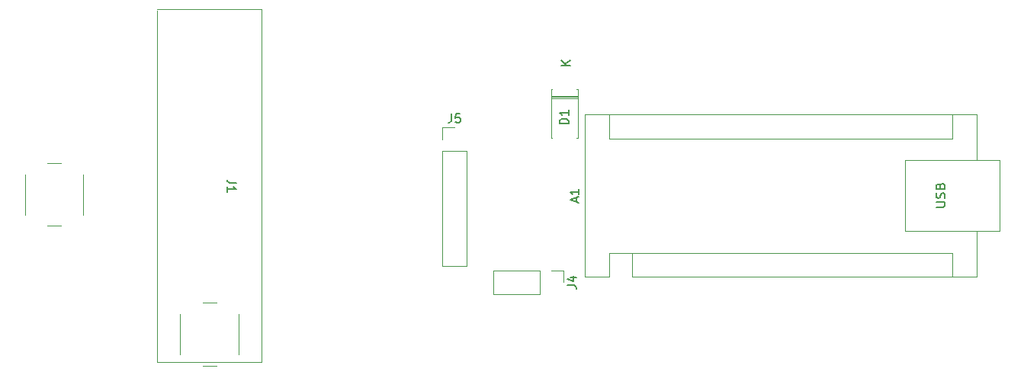
<source format=gbr>
%TF.GenerationSoftware,KiCad,Pcbnew,(6.0.9-0)*%
%TF.CreationDate,2023-02-26T22:19:27+01:00*%
%TF.ProjectId,FilamentSpoolScale,46696c61-6d65-46e7-9453-706f6f6c5363,rev?*%
%TF.SameCoordinates,Original*%
%TF.FileFunction,Legend,Top*%
%TF.FilePolarity,Positive*%
%FSLAX46Y46*%
G04 Gerber Fmt 4.6, Leading zero omitted, Abs format (unit mm)*
G04 Created by KiCad (PCBNEW (6.0.9-0)) date 2023-02-26 22:19:27*
%MOMM*%
%LPD*%
G01*
G04 APERTURE LIST*
%ADD10C,0.150000*%
%ADD11C,0.120000*%
G04 APERTURE END LIST*
D10*
%TO.C,A1*%
X87536666Y-48094285D02*
X87536666Y-47618095D01*
X87822380Y-48189523D02*
X86822380Y-47856190D01*
X87822380Y-47522857D01*
X87822380Y-46665714D02*
X87822380Y-47237142D01*
X87822380Y-46951428D02*
X86822380Y-46951428D01*
X86965238Y-47046666D01*
X87060476Y-47141904D01*
X87108095Y-47237142D01*
X127462380Y-48641904D02*
X128271904Y-48641904D01*
X128367142Y-48594285D01*
X128414761Y-48546666D01*
X128462380Y-48451428D01*
X128462380Y-48260952D01*
X128414761Y-48165714D01*
X128367142Y-48118095D01*
X128271904Y-48070476D01*
X127462380Y-48070476D01*
X128414761Y-47641904D02*
X128462380Y-47499047D01*
X128462380Y-47260952D01*
X128414761Y-47165714D01*
X128367142Y-47118095D01*
X128271904Y-47070476D01*
X128176666Y-47070476D01*
X128081428Y-47118095D01*
X128033809Y-47165714D01*
X127986190Y-47260952D01*
X127938571Y-47451428D01*
X127890952Y-47546666D01*
X127843333Y-47594285D01*
X127748095Y-47641904D01*
X127652857Y-47641904D01*
X127557619Y-47594285D01*
X127510000Y-47546666D01*
X127462380Y-47451428D01*
X127462380Y-47213333D01*
X127510000Y-47070476D01*
X127938571Y-46308571D02*
X127986190Y-46165714D01*
X128033809Y-46118095D01*
X128129047Y-46070476D01*
X128271904Y-46070476D01*
X128367142Y-46118095D01*
X128414761Y-46165714D01*
X128462380Y-46260952D01*
X128462380Y-46641904D01*
X127462380Y-46641904D01*
X127462380Y-46308571D01*
X127510000Y-46213333D01*
X127557619Y-46165714D01*
X127652857Y-46118095D01*
X127748095Y-46118095D01*
X127843333Y-46165714D01*
X127890952Y-46213333D01*
X127938571Y-46308571D01*
X127938571Y-46641904D01*
%TO.C,J1*%
X49747619Y-45966666D02*
X49033333Y-45966666D01*
X48890476Y-45919047D01*
X48795238Y-45823809D01*
X48747619Y-45680952D01*
X48747619Y-45585714D01*
X48747619Y-46966666D02*
X48747619Y-46395238D01*
X48747619Y-46680952D02*
X49747619Y-46680952D01*
X49604761Y-46585714D01*
X49509523Y-46490476D01*
X49461904Y-46395238D01*
%TO.C,D1*%
X86652380Y-39388095D02*
X85652380Y-39388095D01*
X85652380Y-39150000D01*
X85700000Y-39007142D01*
X85795238Y-38911904D01*
X85890476Y-38864285D01*
X86080952Y-38816666D01*
X86223809Y-38816666D01*
X86414285Y-38864285D01*
X86509523Y-38911904D01*
X86604761Y-39007142D01*
X86652380Y-39150000D01*
X86652380Y-39388095D01*
X86652380Y-37864285D02*
X86652380Y-38435714D01*
X86652380Y-38150000D02*
X85652380Y-38150000D01*
X85795238Y-38245238D01*
X85890476Y-38340476D01*
X85938095Y-38435714D01*
X86852380Y-32911904D02*
X85852380Y-32911904D01*
X86852380Y-32340476D02*
X86280952Y-32769047D01*
X85852380Y-32340476D02*
X86423809Y-32911904D01*
%TO.C,J5*%
X73666666Y-38272380D02*
X73666666Y-38986666D01*
X73619047Y-39129523D01*
X73523809Y-39224761D01*
X73380952Y-39272380D01*
X73285714Y-39272380D01*
X74619047Y-38272380D02*
X74142857Y-38272380D01*
X74095238Y-38748571D01*
X74142857Y-38700952D01*
X74238095Y-38653333D01*
X74476190Y-38653333D01*
X74571428Y-38700952D01*
X74619047Y-38748571D01*
X74666666Y-38843809D01*
X74666666Y-39081904D01*
X74619047Y-39177142D01*
X74571428Y-39224761D01*
X74476190Y-39272380D01*
X74238095Y-39272380D01*
X74142857Y-39224761D01*
X74095238Y-39177142D01*
%TO.C,J4*%
X86532380Y-57333333D02*
X87246666Y-57333333D01*
X87389523Y-57380952D01*
X87484761Y-57476190D01*
X87532380Y-57619047D01*
X87532380Y-57714285D01*
X86865714Y-56428571D02*
X87532380Y-56428571D01*
X86484761Y-56666666D02*
X87199047Y-56904761D01*
X87199047Y-56285714D01*
D11*
%TO.C,A1*%
X124070000Y-43440000D02*
X134490000Y-43440000D01*
X129280000Y-53730000D02*
X129280000Y-56400000D01*
X124070000Y-51320000D02*
X124070000Y-43440000D01*
X91180000Y-41030000D02*
X129280000Y-41030000D01*
X88510000Y-56400000D02*
X91180000Y-56400000D01*
X134490000Y-43440000D02*
X134490000Y-51320000D01*
X93720000Y-53730000D02*
X129280000Y-53730000D01*
X93720000Y-56400000D02*
X131950000Y-56400000D01*
X131950000Y-38360000D02*
X131950000Y-43440000D01*
X134490000Y-51320000D02*
X124070000Y-51320000D01*
X88510000Y-38360000D02*
X88510000Y-56400000D01*
X93720000Y-53730000D02*
X91180000Y-53730000D01*
X131950000Y-56400000D02*
X131950000Y-51320000D01*
X91180000Y-53730000D02*
X91180000Y-56400000D01*
X131950000Y-38360000D02*
X88510000Y-38360000D01*
X129280000Y-41030000D02*
X129280000Y-38360000D01*
X91180000Y-41030000D02*
X91180000Y-38360000D01*
X93720000Y-53730000D02*
X93720000Y-56400000D01*
%TO.C,J1*%
X52600000Y-65900000D02*
X41000000Y-65900000D01*
X41000000Y-26800000D02*
X41000000Y-65900000D01*
X52600000Y-26700000D02*
X41000000Y-26700000D01*
X52600000Y-26700000D02*
X52600000Y-65900000D01*
%TO.C,D1*%
X87670000Y-35530000D02*
X87670000Y-40970000D01*
X87670000Y-36310000D02*
X84730000Y-36310000D01*
X87540000Y-35530000D02*
X87670000Y-35530000D01*
X87670000Y-36550000D02*
X84730000Y-36550000D01*
X84730000Y-40970000D02*
X84860000Y-40970000D01*
X87670000Y-36430000D02*
X84730000Y-36430000D01*
X87670000Y-40970000D02*
X87540000Y-40970000D01*
X84860000Y-35530000D02*
X84730000Y-35530000D01*
X84730000Y-35530000D02*
X84730000Y-40970000D01*
%TO.C,SW1*%
X43550000Y-60500000D02*
X43550000Y-65000000D01*
X46050000Y-66250000D02*
X47550000Y-66250000D01*
X50050000Y-65000000D02*
X50050000Y-60500000D01*
X47550000Y-59250000D02*
X46050000Y-59250000D01*
%TO.C,J5*%
X72670000Y-55180000D02*
X75330000Y-55180000D01*
X75330000Y-42420000D02*
X75330000Y-55180000D01*
X72670000Y-41150000D02*
X72670000Y-39820000D01*
X72670000Y-39820000D02*
X74000000Y-39820000D01*
X72670000Y-42420000D02*
X75330000Y-42420000D01*
X72670000Y-42420000D02*
X72670000Y-55180000D01*
%TO.C,J4*%
X83480000Y-55670000D02*
X78340000Y-55670000D01*
X78340000Y-55670000D02*
X78340000Y-58330000D01*
X86080000Y-55670000D02*
X86080000Y-57000000D01*
X83480000Y-58330000D02*
X78340000Y-58330000D01*
X83480000Y-55670000D02*
X83480000Y-58330000D01*
X84750000Y-55670000D02*
X86080000Y-55670000D01*
%TO.C,SW2*%
X32800000Y-49500000D02*
X32800000Y-45000000D01*
X28800000Y-50750000D02*
X30300000Y-50750000D01*
X30300000Y-43750000D02*
X28800000Y-43750000D01*
X26300000Y-45000000D02*
X26300000Y-49500000D01*
%TD*%
M02*

</source>
